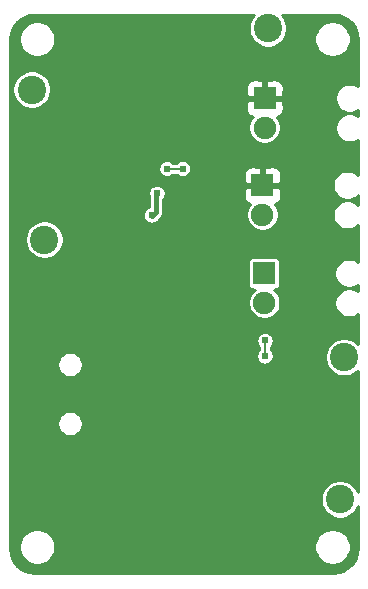
<source format=gbl>
G04 #@! TF.GenerationSoftware,KiCad,Pcbnew,5.1.9-73d0e3b20d~88~ubuntu20.04.1*
G04 #@! TF.CreationDate,2021-04-17T15:17:50-04:00*
G04 #@! TF.ProjectId,Antoinette_PowerBank,416e746f-696e-4657-9474-655f506f7765,rev?*
G04 #@! TF.SameCoordinates,Original*
G04 #@! TF.FileFunction,Copper,L2,Bot*
G04 #@! TF.FilePolarity,Positive*
%FSLAX46Y46*%
G04 Gerber Fmt 4.6, Leading zero omitted, Abs format (unit mm)*
G04 Created by KiCad (PCBNEW 5.1.9-73d0e3b20d~88~ubuntu20.04.1) date 2021-04-17 15:17:50*
%MOMM*%
%LPD*%
G01*
G04 APERTURE LIST*
G04 #@! TA.AperFunction,ComponentPad*
%ADD10C,2.400000*%
G04 #@! TD*
G04 #@! TA.AperFunction,ComponentPad*
%ADD11R,1.900000X1.900000*%
G04 #@! TD*
G04 #@! TA.AperFunction,ComponentPad*
%ADD12C,1.900000*%
G04 #@! TD*
G04 #@! TA.AperFunction,ViaPad*
%ADD13C,0.609600*%
G04 #@! TD*
G04 #@! TA.AperFunction,Conductor*
%ADD14C,0.400000*%
G04 #@! TD*
G04 #@! TA.AperFunction,Conductor*
%ADD15C,0.152400*%
G04 #@! TD*
G04 #@! TA.AperFunction,Conductor*
%ADD16C,0.254000*%
G04 #@! TD*
G04 #@! TA.AperFunction,Conductor*
%ADD17C,0.100000*%
G04 #@! TD*
G04 APERTURE END LIST*
D10*
X92531000Y-31094400D03*
X72528500Y-36276000D03*
X98627000Y-70972400D03*
X98982600Y-58932800D03*
X73608000Y-48976000D03*
D11*
X92264300Y-37012600D03*
D12*
X92264300Y-39512600D03*
D11*
X92073800Y-44378600D03*
D12*
X92073800Y-46878600D03*
D11*
X92213500Y-51833500D03*
D12*
X92213500Y-54333500D03*
D13*
X89825000Y-37050000D03*
X85368200Y-69194400D03*
X92480200Y-68026000D03*
X82828200Y-59085200D03*
X88675000Y-46900000D03*
X85304700Y-50741300D03*
X79373800Y-77068400D03*
X85063400Y-75798400D03*
X77799000Y-71264500D03*
X74179500Y-54056000D03*
X86638200Y-38930300D03*
X77278300Y-42448200D03*
X77024300Y-30776900D03*
X79424600Y-30776900D03*
X78400000Y-48675000D03*
X70941000Y-37609500D03*
X87806600Y-60012300D03*
X87990389Y-62578477D03*
X82701201Y-46909682D03*
X83137557Y-45050226D03*
X92275000Y-57513600D03*
X92275000Y-58828000D03*
X83987100Y-42975000D03*
X85301500Y-42975000D03*
D14*
X82701200Y-46981300D02*
X83050000Y-46632500D01*
X83050000Y-45079800D02*
X83125000Y-45004800D01*
X83050000Y-46632500D02*
X83050000Y-45079800D01*
D15*
X92275000Y-57525000D02*
X92275000Y-58839400D01*
X85275000Y-42975000D02*
X83960600Y-42975000D01*
D16*
X91267227Y-30057248D02*
X91089172Y-30323727D01*
X90966525Y-30619822D01*
X90904000Y-30934155D01*
X90904000Y-31254645D01*
X90966525Y-31568978D01*
X91089172Y-31865073D01*
X91267227Y-32131552D01*
X91493848Y-32358173D01*
X91760327Y-32536228D01*
X92056422Y-32658875D01*
X92370755Y-32721400D01*
X92691245Y-32721400D01*
X93005578Y-32658875D01*
X93301673Y-32536228D01*
X93568152Y-32358173D01*
X93794773Y-32131552D01*
X93972828Y-31865073D01*
X93979235Y-31849604D01*
X96473000Y-31849604D01*
X96473000Y-32150396D01*
X96531681Y-32445410D01*
X96646790Y-32723306D01*
X96813901Y-32973406D01*
X97026594Y-33186099D01*
X97276694Y-33353210D01*
X97554590Y-33468319D01*
X97849604Y-33527000D01*
X98150396Y-33527000D01*
X98445410Y-33468319D01*
X98723306Y-33353210D01*
X98973406Y-33186099D01*
X99186099Y-32973406D01*
X99353210Y-32723306D01*
X99468319Y-32445410D01*
X99527000Y-32150396D01*
X99527000Y-31849604D01*
X99468319Y-31554590D01*
X99353210Y-31276694D01*
X99186099Y-31026594D01*
X98973406Y-30813901D01*
X98723306Y-30646790D01*
X98445410Y-30531681D01*
X98150396Y-30473000D01*
X97849604Y-30473000D01*
X97554590Y-30531681D01*
X97276694Y-30646790D01*
X97026594Y-30813901D01*
X96813901Y-31026594D01*
X96646790Y-31276694D01*
X96531681Y-31554590D01*
X96473000Y-31849604D01*
X93979235Y-31849604D01*
X94095475Y-31568978D01*
X94158000Y-31254645D01*
X94158000Y-30934155D01*
X94095475Y-30619822D01*
X93972828Y-30323727D01*
X93794773Y-30057248D01*
X93698526Y-29961001D01*
X98105657Y-29961001D01*
X98521939Y-30001818D01*
X98897569Y-30115228D01*
X99244012Y-30299435D01*
X99548080Y-30547427D01*
X99798190Y-30849758D01*
X99984813Y-31194911D01*
X100100843Y-31569742D01*
X100144434Y-31984487D01*
X100144434Y-36004714D01*
X100025502Y-35925247D01*
X99802203Y-35832753D01*
X99565149Y-35785600D01*
X99323451Y-35785600D01*
X99086397Y-35832753D01*
X98863098Y-35925247D01*
X98662133Y-36059527D01*
X98491227Y-36230433D01*
X98356947Y-36431398D01*
X98264453Y-36654697D01*
X98217300Y-36891751D01*
X98217300Y-37133449D01*
X98264453Y-37370503D01*
X98356947Y-37593802D01*
X98491227Y-37794767D01*
X98662133Y-37965673D01*
X98863098Y-38099953D01*
X99086397Y-38192447D01*
X99323451Y-38239600D01*
X99565149Y-38239600D01*
X99802203Y-38192447D01*
X100025502Y-38099953D01*
X100144434Y-38020486D01*
X100144434Y-38504714D01*
X100025502Y-38425247D01*
X99802203Y-38332753D01*
X99565149Y-38285600D01*
X99323451Y-38285600D01*
X99086397Y-38332753D01*
X98863098Y-38425247D01*
X98662133Y-38559527D01*
X98491227Y-38730433D01*
X98356947Y-38931398D01*
X98264453Y-39154697D01*
X98217300Y-39391751D01*
X98217300Y-39633449D01*
X98264453Y-39870503D01*
X98356947Y-40093802D01*
X98491227Y-40294767D01*
X98662133Y-40465673D01*
X98863098Y-40599953D01*
X99086397Y-40692447D01*
X99323451Y-40739600D01*
X99565149Y-40739600D01*
X99802203Y-40692447D01*
X100025502Y-40599953D01*
X100144434Y-40520486D01*
X100144434Y-43533994D01*
X100035967Y-43425527D01*
X99835002Y-43291247D01*
X99611703Y-43198753D01*
X99374649Y-43151600D01*
X99132951Y-43151600D01*
X98895897Y-43198753D01*
X98672598Y-43291247D01*
X98471633Y-43425527D01*
X98300727Y-43596433D01*
X98166447Y-43797398D01*
X98073953Y-44020697D01*
X98026800Y-44257751D01*
X98026800Y-44499449D01*
X98073953Y-44736503D01*
X98166447Y-44959802D01*
X98300727Y-45160767D01*
X98471633Y-45331673D01*
X98672598Y-45465953D01*
X98895897Y-45558447D01*
X99132951Y-45605600D01*
X99374649Y-45605600D01*
X99611703Y-45558447D01*
X99835002Y-45465953D01*
X100035967Y-45331673D01*
X100144434Y-45223206D01*
X100144434Y-46033994D01*
X100035967Y-45925527D01*
X99835002Y-45791247D01*
X99611703Y-45698753D01*
X99374649Y-45651600D01*
X99132951Y-45651600D01*
X98895897Y-45698753D01*
X98672598Y-45791247D01*
X98471633Y-45925527D01*
X98300727Y-46096433D01*
X98166447Y-46297398D01*
X98073953Y-46520697D01*
X98026800Y-46757751D01*
X98026800Y-46999449D01*
X98073953Y-47236503D01*
X98166447Y-47459802D01*
X98300727Y-47660767D01*
X98471633Y-47831673D01*
X98672598Y-47965953D01*
X98895897Y-48058447D01*
X99132951Y-48105600D01*
X99374649Y-48105600D01*
X99611703Y-48058447D01*
X99835002Y-47965953D01*
X100035967Y-47831673D01*
X100144434Y-47723206D01*
X100144434Y-50859558D01*
X99974702Y-50746147D01*
X99751403Y-50653653D01*
X99514349Y-50606500D01*
X99272651Y-50606500D01*
X99035597Y-50653653D01*
X98812298Y-50746147D01*
X98611333Y-50880427D01*
X98440427Y-51051333D01*
X98306147Y-51252298D01*
X98213653Y-51475597D01*
X98166500Y-51712651D01*
X98166500Y-51954349D01*
X98213653Y-52191403D01*
X98306147Y-52414702D01*
X98440427Y-52615667D01*
X98611333Y-52786573D01*
X98812298Y-52920853D01*
X99035597Y-53013347D01*
X99272651Y-53060500D01*
X99514349Y-53060500D01*
X99751403Y-53013347D01*
X99974702Y-52920853D01*
X100144434Y-52807442D01*
X100144434Y-53359558D01*
X99974702Y-53246147D01*
X99751403Y-53153653D01*
X99514349Y-53106500D01*
X99272651Y-53106500D01*
X99035597Y-53153653D01*
X98812298Y-53246147D01*
X98611333Y-53380427D01*
X98440427Y-53551333D01*
X98306147Y-53752298D01*
X98213653Y-53975597D01*
X98166500Y-54212651D01*
X98166500Y-54454349D01*
X98213653Y-54691403D01*
X98306147Y-54914702D01*
X98440427Y-55115667D01*
X98611333Y-55286573D01*
X98812298Y-55420853D01*
X99035597Y-55513347D01*
X99272651Y-55560500D01*
X99514349Y-55560500D01*
X99751403Y-55513347D01*
X99974702Y-55420853D01*
X100144433Y-55307443D01*
X100144433Y-57793708D01*
X100019752Y-57669027D01*
X99753273Y-57490972D01*
X99457178Y-57368325D01*
X99142845Y-57305800D01*
X98822355Y-57305800D01*
X98508022Y-57368325D01*
X98211927Y-57490972D01*
X97945448Y-57669027D01*
X97718827Y-57895648D01*
X97540772Y-58162127D01*
X97418125Y-58458222D01*
X97355600Y-58772555D01*
X97355600Y-59093045D01*
X97418125Y-59407378D01*
X97540772Y-59703473D01*
X97718827Y-59969952D01*
X97945448Y-60196573D01*
X98211927Y-60374628D01*
X98508022Y-60497275D01*
X98822355Y-60559800D01*
X99142845Y-60559800D01*
X99457178Y-60497275D01*
X99753273Y-60374628D01*
X100019752Y-60196573D01*
X100144433Y-60071892D01*
X100144433Y-70384253D01*
X100068828Y-70201727D01*
X99890773Y-69935248D01*
X99664152Y-69708627D01*
X99397673Y-69530572D01*
X99101578Y-69407925D01*
X98787245Y-69345400D01*
X98466755Y-69345400D01*
X98152422Y-69407925D01*
X97856327Y-69530572D01*
X97589848Y-69708627D01*
X97363227Y-69935248D01*
X97185172Y-70201727D01*
X97062525Y-70497822D01*
X97000000Y-70812155D01*
X97000000Y-71132645D01*
X97062525Y-71446978D01*
X97185172Y-71743073D01*
X97363227Y-72009552D01*
X97589848Y-72236173D01*
X97856327Y-72414228D01*
X98152422Y-72536875D01*
X98466755Y-72599400D01*
X98787245Y-72599400D01*
X99101578Y-72536875D01*
X99397673Y-72414228D01*
X99664152Y-72236173D01*
X99890773Y-72009552D01*
X100068828Y-71743073D01*
X100144433Y-71560547D01*
X100144433Y-75128224D01*
X100103616Y-75544505D01*
X99990209Y-75920129D01*
X99806001Y-76266575D01*
X99558007Y-76570647D01*
X99255676Y-76820757D01*
X98910523Y-77007380D01*
X98535693Y-77123410D01*
X98120957Y-77167000D01*
X72757210Y-77167000D01*
X72340929Y-77126183D01*
X71965305Y-77012776D01*
X71618859Y-76828568D01*
X71314787Y-76580574D01*
X71064677Y-76278243D01*
X70878054Y-75933090D01*
X70762024Y-75558260D01*
X70718434Y-75143524D01*
X70718434Y-74849604D01*
X71473000Y-74849604D01*
X71473000Y-75150396D01*
X71531681Y-75445410D01*
X71646790Y-75723306D01*
X71813901Y-75973406D01*
X72026594Y-76186099D01*
X72276694Y-76353210D01*
X72554590Y-76468319D01*
X72849604Y-76527000D01*
X73150396Y-76527000D01*
X73445410Y-76468319D01*
X73723306Y-76353210D01*
X73973406Y-76186099D01*
X74186099Y-75973406D01*
X74353210Y-75723306D01*
X74468319Y-75445410D01*
X74527000Y-75150396D01*
X74527000Y-74849604D01*
X96473000Y-74849604D01*
X96473000Y-75150396D01*
X96531681Y-75445410D01*
X96646790Y-75723306D01*
X96813901Y-75973406D01*
X97026594Y-76186099D01*
X97276694Y-76353210D01*
X97554590Y-76468319D01*
X97849604Y-76527000D01*
X98150396Y-76527000D01*
X98445410Y-76468319D01*
X98723306Y-76353210D01*
X98973406Y-76186099D01*
X99186099Y-75973406D01*
X99353210Y-75723306D01*
X99468319Y-75445410D01*
X99527000Y-75150396D01*
X99527000Y-74849604D01*
X99468319Y-74554590D01*
X99353210Y-74276694D01*
X99186099Y-74026594D01*
X98973406Y-73813901D01*
X98723306Y-73646790D01*
X98445410Y-73531681D01*
X98150396Y-73473000D01*
X97849604Y-73473000D01*
X97554590Y-73531681D01*
X97276694Y-73646790D01*
X97026594Y-73813901D01*
X96813901Y-74026594D01*
X96646790Y-74276694D01*
X96531681Y-74554590D01*
X96473000Y-74849604D01*
X74527000Y-74849604D01*
X74468319Y-74554590D01*
X74353210Y-74276694D01*
X74186099Y-74026594D01*
X73973406Y-73813901D01*
X73723306Y-73646790D01*
X73445410Y-73531681D01*
X73150396Y-73473000D01*
X72849604Y-73473000D01*
X72554590Y-73531681D01*
X72276694Y-73646790D01*
X72026594Y-73813901D01*
X71813901Y-74026594D01*
X71646790Y-74276694D01*
X71531681Y-74554590D01*
X71473000Y-74849604D01*
X70718434Y-74849604D01*
X70718434Y-64450925D01*
X74690000Y-64450925D01*
X74690000Y-64663075D01*
X74731389Y-64871149D01*
X74812575Y-65067151D01*
X74930440Y-65243547D01*
X75080453Y-65393560D01*
X75256849Y-65511425D01*
X75452851Y-65592611D01*
X75660925Y-65634000D01*
X75873075Y-65634000D01*
X76081149Y-65592611D01*
X76277151Y-65511425D01*
X76453547Y-65393560D01*
X76603560Y-65243547D01*
X76721425Y-65067151D01*
X76802611Y-64871149D01*
X76844000Y-64663075D01*
X76844000Y-64450925D01*
X76802611Y-64242851D01*
X76721425Y-64046849D01*
X76603560Y-63870453D01*
X76453547Y-63720440D01*
X76277151Y-63602575D01*
X76081149Y-63521389D01*
X75873075Y-63480000D01*
X75660925Y-63480000D01*
X75452851Y-63521389D01*
X75256849Y-63602575D01*
X75080453Y-63720440D01*
X74930440Y-63870453D01*
X74812575Y-64046849D01*
X74731389Y-64242851D01*
X74690000Y-64450925D01*
X70718434Y-64450925D01*
X70718434Y-59450925D01*
X74690000Y-59450925D01*
X74690000Y-59663075D01*
X74731389Y-59871149D01*
X74812575Y-60067151D01*
X74930440Y-60243547D01*
X75080453Y-60393560D01*
X75256849Y-60511425D01*
X75452851Y-60592611D01*
X75660925Y-60634000D01*
X75873075Y-60634000D01*
X76081149Y-60592611D01*
X76277151Y-60511425D01*
X76453547Y-60393560D01*
X76603560Y-60243547D01*
X76721425Y-60067151D01*
X76802611Y-59871149D01*
X76844000Y-59663075D01*
X76844000Y-59450925D01*
X76802611Y-59242851D01*
X76721425Y-59046849D01*
X76603560Y-58870453D01*
X76453547Y-58720440D01*
X76277151Y-58602575D01*
X76081149Y-58521389D01*
X75873075Y-58480000D01*
X75660925Y-58480000D01*
X75452851Y-58521389D01*
X75256849Y-58602575D01*
X75080453Y-58720440D01*
X74930440Y-58870453D01*
X74812575Y-59046849D01*
X74731389Y-59242851D01*
X74690000Y-59450925D01*
X70718434Y-59450925D01*
X70718434Y-57441524D01*
X91543200Y-57441524D01*
X91543200Y-57585676D01*
X91571323Y-57727058D01*
X91626487Y-57860237D01*
X91706574Y-57980095D01*
X91771800Y-58045321D01*
X91771801Y-58296278D01*
X91706574Y-58361505D01*
X91626487Y-58481363D01*
X91571323Y-58614542D01*
X91543200Y-58755924D01*
X91543200Y-58900076D01*
X91571323Y-59041458D01*
X91626487Y-59174637D01*
X91706574Y-59294495D01*
X91808505Y-59396426D01*
X91928363Y-59476513D01*
X92061542Y-59531677D01*
X92202924Y-59559800D01*
X92347076Y-59559800D01*
X92488458Y-59531677D01*
X92621637Y-59476513D01*
X92741495Y-59396426D01*
X92843426Y-59294495D01*
X92923513Y-59174637D01*
X92978677Y-59041458D01*
X93006800Y-58900076D01*
X93006800Y-58755924D01*
X92978677Y-58614542D01*
X92923513Y-58481363D01*
X92843426Y-58361505D01*
X92778200Y-58296279D01*
X92778200Y-58045321D01*
X92843426Y-57980095D01*
X92923513Y-57860237D01*
X92978677Y-57727058D01*
X93006800Y-57585676D01*
X93006800Y-57441524D01*
X92978677Y-57300142D01*
X92923513Y-57166963D01*
X92843426Y-57047105D01*
X92741495Y-56945174D01*
X92621637Y-56865087D01*
X92488458Y-56809923D01*
X92347076Y-56781800D01*
X92202924Y-56781800D01*
X92061542Y-56809923D01*
X91928363Y-56865087D01*
X91808505Y-56945174D01*
X91706574Y-57047105D01*
X91626487Y-57166963D01*
X91571323Y-57300142D01*
X91543200Y-57441524D01*
X70718434Y-57441524D01*
X70718434Y-50883500D01*
X90834434Y-50883500D01*
X90834434Y-52783500D01*
X90842678Y-52867207D01*
X90867095Y-52947696D01*
X90906745Y-53021876D01*
X90960105Y-53086895D01*
X91025124Y-53140255D01*
X91099304Y-53179905D01*
X91179793Y-53204322D01*
X91263500Y-53212566D01*
X91412561Y-53212566D01*
X91335713Y-53263914D01*
X91143914Y-53455713D01*
X90993218Y-53681246D01*
X90889417Y-53931844D01*
X90836500Y-54197877D01*
X90836500Y-54469123D01*
X90889417Y-54735156D01*
X90993218Y-54985754D01*
X91143914Y-55211287D01*
X91335713Y-55403086D01*
X91561246Y-55553782D01*
X91811844Y-55657583D01*
X92077877Y-55710500D01*
X92349123Y-55710500D01*
X92615156Y-55657583D01*
X92865754Y-55553782D01*
X93091287Y-55403086D01*
X93283086Y-55211287D01*
X93433782Y-54985754D01*
X93537583Y-54735156D01*
X93590500Y-54469123D01*
X93590500Y-54197877D01*
X93537583Y-53931844D01*
X93433782Y-53681246D01*
X93283086Y-53455713D01*
X93091287Y-53263914D01*
X93014439Y-53212566D01*
X93163500Y-53212566D01*
X93247207Y-53204322D01*
X93327696Y-53179905D01*
X93401876Y-53140255D01*
X93466895Y-53086895D01*
X93520255Y-53021876D01*
X93559905Y-52947696D01*
X93584322Y-52867207D01*
X93592566Y-52783500D01*
X93592566Y-50883500D01*
X93584322Y-50799793D01*
X93559905Y-50719304D01*
X93520255Y-50645124D01*
X93466895Y-50580105D01*
X93401876Y-50526745D01*
X93327696Y-50487095D01*
X93247207Y-50462678D01*
X93163500Y-50454434D01*
X91263500Y-50454434D01*
X91179793Y-50462678D01*
X91099304Y-50487095D01*
X91025124Y-50526745D01*
X90960105Y-50580105D01*
X90906745Y-50645124D01*
X90867095Y-50719304D01*
X90842678Y-50799793D01*
X90834434Y-50883500D01*
X70718434Y-50883500D01*
X70718434Y-48815755D01*
X71981000Y-48815755D01*
X71981000Y-49136245D01*
X72043525Y-49450578D01*
X72166172Y-49746673D01*
X72344227Y-50013152D01*
X72570848Y-50239773D01*
X72837327Y-50417828D01*
X73133422Y-50540475D01*
X73447755Y-50603000D01*
X73768245Y-50603000D01*
X74082578Y-50540475D01*
X74378673Y-50417828D01*
X74645152Y-50239773D01*
X74871773Y-50013152D01*
X75049828Y-49746673D01*
X75172475Y-49450578D01*
X75235000Y-49136245D01*
X75235000Y-48815755D01*
X75172475Y-48501422D01*
X75049828Y-48205327D01*
X74871773Y-47938848D01*
X74645152Y-47712227D01*
X74378673Y-47534172D01*
X74082578Y-47411525D01*
X73768245Y-47349000D01*
X73447755Y-47349000D01*
X73133422Y-47411525D01*
X72837327Y-47534172D01*
X72570848Y-47712227D01*
X72344227Y-47938848D01*
X72166172Y-48205327D01*
X72043525Y-48501422D01*
X71981000Y-48815755D01*
X70718434Y-48815755D01*
X70718434Y-46837606D01*
X81969401Y-46837606D01*
X81969401Y-46981758D01*
X81997524Y-47123140D01*
X82052688Y-47256319D01*
X82132775Y-47376177D01*
X82234706Y-47478108D01*
X82354564Y-47558195D01*
X82487743Y-47613359D01*
X82629125Y-47641482D01*
X82773277Y-47641482D01*
X82914659Y-47613359D01*
X83047838Y-47558195D01*
X83167696Y-47478108D01*
X83269627Y-47376177D01*
X83349714Y-47256319D01*
X83375751Y-47193460D01*
X83471574Y-47097637D01*
X83495501Y-47078001D01*
X83573853Y-46982528D01*
X83632075Y-46873603D01*
X83667927Y-46755413D01*
X83677000Y-46663294D01*
X83677000Y-46663293D01*
X83680033Y-46632500D01*
X83677000Y-46601706D01*
X83677000Y-45545704D01*
X83705983Y-45516721D01*
X83786070Y-45396863D01*
X83814345Y-45328600D01*
X90485728Y-45328600D01*
X90497988Y-45453082D01*
X90534298Y-45572780D01*
X90593263Y-45683094D01*
X90672615Y-45779785D01*
X90769306Y-45859137D01*
X90879620Y-45918102D01*
X90999318Y-45954412D01*
X91046016Y-45959011D01*
X91004214Y-46000813D01*
X90853518Y-46226346D01*
X90749717Y-46476944D01*
X90696800Y-46742977D01*
X90696800Y-47014223D01*
X90749717Y-47280256D01*
X90853518Y-47530854D01*
X91004214Y-47756387D01*
X91196013Y-47948186D01*
X91421546Y-48098882D01*
X91672144Y-48202683D01*
X91938177Y-48255600D01*
X92209423Y-48255600D01*
X92475456Y-48202683D01*
X92726054Y-48098882D01*
X92951587Y-47948186D01*
X93143386Y-47756387D01*
X93294082Y-47530854D01*
X93397883Y-47280256D01*
X93450800Y-47014223D01*
X93450800Y-46742977D01*
X93397883Y-46476944D01*
X93294082Y-46226346D01*
X93143386Y-46000813D01*
X93101584Y-45959011D01*
X93148282Y-45954412D01*
X93267980Y-45918102D01*
X93378294Y-45859137D01*
X93474985Y-45779785D01*
X93554337Y-45683094D01*
X93613302Y-45572780D01*
X93649612Y-45453082D01*
X93661872Y-45328600D01*
X93658800Y-44664350D01*
X93500050Y-44505600D01*
X92200800Y-44505600D01*
X92200800Y-44525600D01*
X91946800Y-44525600D01*
X91946800Y-44505600D01*
X90647550Y-44505600D01*
X90488800Y-44664350D01*
X90485728Y-45328600D01*
X83814345Y-45328600D01*
X83841234Y-45263684D01*
X83869357Y-45122302D01*
X83869357Y-44978150D01*
X83841234Y-44836768D01*
X83786070Y-44703589D01*
X83705983Y-44583731D01*
X83604052Y-44481800D01*
X83484194Y-44401713D01*
X83351015Y-44346549D01*
X83209633Y-44318426D01*
X83065481Y-44318426D01*
X82924099Y-44346549D01*
X82790920Y-44401713D01*
X82671062Y-44481800D01*
X82569131Y-44583731D01*
X82489044Y-44703589D01*
X82433880Y-44836768D01*
X82405757Y-44978150D01*
X82405757Y-45122302D01*
X82423001Y-45208992D01*
X82423000Y-46232822D01*
X82354564Y-46261169D01*
X82234706Y-46341256D01*
X82132775Y-46443187D01*
X82052688Y-46563045D01*
X81997524Y-46696224D01*
X81969401Y-46837606D01*
X70718434Y-46837606D01*
X70718434Y-42902924D01*
X83255300Y-42902924D01*
X83255300Y-43047076D01*
X83283423Y-43188458D01*
X83338587Y-43321637D01*
X83418674Y-43441495D01*
X83520605Y-43543426D01*
X83640463Y-43623513D01*
X83773642Y-43678677D01*
X83915024Y-43706800D01*
X84059176Y-43706800D01*
X84200558Y-43678677D01*
X84333737Y-43623513D01*
X84453595Y-43543426D01*
X84518821Y-43478200D01*
X84769779Y-43478200D01*
X84835005Y-43543426D01*
X84954863Y-43623513D01*
X85088042Y-43678677D01*
X85229424Y-43706800D01*
X85373576Y-43706800D01*
X85514958Y-43678677D01*
X85648137Y-43623513D01*
X85767995Y-43543426D01*
X85869926Y-43441495D01*
X85878542Y-43428600D01*
X90485728Y-43428600D01*
X90488800Y-44092850D01*
X90647550Y-44251600D01*
X91946800Y-44251600D01*
X91946800Y-42952350D01*
X92200800Y-42952350D01*
X92200800Y-44251600D01*
X93500050Y-44251600D01*
X93658800Y-44092850D01*
X93661872Y-43428600D01*
X93649612Y-43304118D01*
X93613302Y-43184420D01*
X93554337Y-43074106D01*
X93474985Y-42977415D01*
X93378294Y-42898063D01*
X93267980Y-42839098D01*
X93148282Y-42802788D01*
X93023800Y-42790528D01*
X92359550Y-42793600D01*
X92200800Y-42952350D01*
X91946800Y-42952350D01*
X91788050Y-42793600D01*
X91123800Y-42790528D01*
X90999318Y-42802788D01*
X90879620Y-42839098D01*
X90769306Y-42898063D01*
X90672615Y-42977415D01*
X90593263Y-43074106D01*
X90534298Y-43184420D01*
X90497988Y-43304118D01*
X90485728Y-43428600D01*
X85878542Y-43428600D01*
X85950013Y-43321637D01*
X86005177Y-43188458D01*
X86033300Y-43047076D01*
X86033300Y-42902924D01*
X86005177Y-42761542D01*
X85950013Y-42628363D01*
X85869926Y-42508505D01*
X85767995Y-42406574D01*
X85648137Y-42326487D01*
X85514958Y-42271323D01*
X85373576Y-42243200D01*
X85229424Y-42243200D01*
X85088042Y-42271323D01*
X84954863Y-42326487D01*
X84835005Y-42406574D01*
X84769779Y-42471800D01*
X84518821Y-42471800D01*
X84453595Y-42406574D01*
X84333737Y-42326487D01*
X84200558Y-42271323D01*
X84059176Y-42243200D01*
X83915024Y-42243200D01*
X83773642Y-42271323D01*
X83640463Y-42326487D01*
X83520605Y-42406574D01*
X83418674Y-42508505D01*
X83338587Y-42628363D01*
X83283423Y-42761542D01*
X83255300Y-42902924D01*
X70718434Y-42902924D01*
X70718434Y-37962600D01*
X90676228Y-37962600D01*
X90688488Y-38087082D01*
X90724798Y-38206780D01*
X90783763Y-38317094D01*
X90863115Y-38413785D01*
X90959806Y-38493137D01*
X91070120Y-38552102D01*
X91189818Y-38588412D01*
X91236516Y-38593011D01*
X91194714Y-38634813D01*
X91044018Y-38860346D01*
X90940217Y-39110944D01*
X90887300Y-39376977D01*
X90887300Y-39648223D01*
X90940217Y-39914256D01*
X91044018Y-40164854D01*
X91194714Y-40390387D01*
X91386513Y-40582186D01*
X91612046Y-40732882D01*
X91862644Y-40836683D01*
X92128677Y-40889600D01*
X92399923Y-40889600D01*
X92665956Y-40836683D01*
X92916554Y-40732882D01*
X93142087Y-40582186D01*
X93333886Y-40390387D01*
X93484582Y-40164854D01*
X93588383Y-39914256D01*
X93641300Y-39648223D01*
X93641300Y-39376977D01*
X93588383Y-39110944D01*
X93484582Y-38860346D01*
X93333886Y-38634813D01*
X93292084Y-38593011D01*
X93338782Y-38588412D01*
X93458480Y-38552102D01*
X93568794Y-38493137D01*
X93665485Y-38413785D01*
X93744837Y-38317094D01*
X93803802Y-38206780D01*
X93840112Y-38087082D01*
X93852372Y-37962600D01*
X93849300Y-37298350D01*
X93690550Y-37139600D01*
X92391300Y-37139600D01*
X92391300Y-37159600D01*
X92137300Y-37159600D01*
X92137300Y-37139600D01*
X90838050Y-37139600D01*
X90679300Y-37298350D01*
X90676228Y-37962600D01*
X70718434Y-37962600D01*
X70718434Y-36115755D01*
X70901500Y-36115755D01*
X70901500Y-36436245D01*
X70964025Y-36750578D01*
X71086672Y-37046673D01*
X71264727Y-37313152D01*
X71491348Y-37539773D01*
X71757827Y-37717828D01*
X72053922Y-37840475D01*
X72368255Y-37903000D01*
X72688745Y-37903000D01*
X73003078Y-37840475D01*
X73299173Y-37717828D01*
X73565652Y-37539773D01*
X73792273Y-37313152D01*
X73970328Y-37046673D01*
X74092975Y-36750578D01*
X74155500Y-36436245D01*
X74155500Y-36115755D01*
X74144927Y-36062600D01*
X90676228Y-36062600D01*
X90679300Y-36726850D01*
X90838050Y-36885600D01*
X92137300Y-36885600D01*
X92137300Y-35586350D01*
X92391300Y-35586350D01*
X92391300Y-36885600D01*
X93690550Y-36885600D01*
X93849300Y-36726850D01*
X93852372Y-36062600D01*
X93840112Y-35938118D01*
X93803802Y-35818420D01*
X93744837Y-35708106D01*
X93665485Y-35611415D01*
X93568794Y-35532063D01*
X93458480Y-35473098D01*
X93338782Y-35436788D01*
X93214300Y-35424528D01*
X92550050Y-35427600D01*
X92391300Y-35586350D01*
X92137300Y-35586350D01*
X91978550Y-35427600D01*
X91314300Y-35424528D01*
X91189818Y-35436788D01*
X91070120Y-35473098D01*
X90959806Y-35532063D01*
X90863115Y-35611415D01*
X90783763Y-35708106D01*
X90724798Y-35818420D01*
X90688488Y-35938118D01*
X90676228Y-36062600D01*
X74144927Y-36062600D01*
X74092975Y-35801422D01*
X73970328Y-35505327D01*
X73792273Y-35238848D01*
X73565652Y-35012227D01*
X73299173Y-34834172D01*
X73003078Y-34711525D01*
X72688745Y-34649000D01*
X72368255Y-34649000D01*
X72053922Y-34711525D01*
X71757827Y-34834172D01*
X71491348Y-35012227D01*
X71264727Y-35238848D01*
X71086672Y-35505327D01*
X70964025Y-35801422D01*
X70901500Y-36115755D01*
X70718434Y-36115755D01*
X70718434Y-31999777D01*
X70733158Y-31849604D01*
X71473000Y-31849604D01*
X71473000Y-32150396D01*
X71531681Y-32445410D01*
X71646790Y-32723306D01*
X71813901Y-32973406D01*
X72026594Y-33186099D01*
X72276694Y-33353210D01*
X72554590Y-33468319D01*
X72849604Y-33527000D01*
X73150396Y-33527000D01*
X73445410Y-33468319D01*
X73723306Y-33353210D01*
X73973406Y-33186099D01*
X74186099Y-32973406D01*
X74353210Y-32723306D01*
X74468319Y-32445410D01*
X74527000Y-32150396D01*
X74527000Y-31849604D01*
X74468319Y-31554590D01*
X74353210Y-31276694D01*
X74186099Y-31026594D01*
X73973406Y-30813901D01*
X73723306Y-30646790D01*
X73445410Y-30531681D01*
X73150396Y-30473000D01*
X72849604Y-30473000D01*
X72554590Y-30531681D01*
X72276694Y-30646790D01*
X72026594Y-30813901D01*
X71813901Y-31026594D01*
X71646790Y-31276694D01*
X71531681Y-31554590D01*
X71473000Y-31849604D01*
X70733158Y-31849604D01*
X70759251Y-31583495D01*
X70872661Y-31207865D01*
X71056868Y-30861422D01*
X71304860Y-30557354D01*
X71607191Y-30307244D01*
X71952344Y-30120621D01*
X72327175Y-30004591D01*
X72741911Y-29961001D01*
X91363474Y-29961001D01*
X91267227Y-30057248D01*
G04 #@! TA.AperFunction,Conductor*
D17*
G36*
X91267227Y-30057248D02*
G01*
X91089172Y-30323727D01*
X90966525Y-30619822D01*
X90904000Y-30934155D01*
X90904000Y-31254645D01*
X90966525Y-31568978D01*
X91089172Y-31865073D01*
X91267227Y-32131552D01*
X91493848Y-32358173D01*
X91760327Y-32536228D01*
X92056422Y-32658875D01*
X92370755Y-32721400D01*
X92691245Y-32721400D01*
X93005578Y-32658875D01*
X93301673Y-32536228D01*
X93568152Y-32358173D01*
X93794773Y-32131552D01*
X93972828Y-31865073D01*
X93979235Y-31849604D01*
X96473000Y-31849604D01*
X96473000Y-32150396D01*
X96531681Y-32445410D01*
X96646790Y-32723306D01*
X96813901Y-32973406D01*
X97026594Y-33186099D01*
X97276694Y-33353210D01*
X97554590Y-33468319D01*
X97849604Y-33527000D01*
X98150396Y-33527000D01*
X98445410Y-33468319D01*
X98723306Y-33353210D01*
X98973406Y-33186099D01*
X99186099Y-32973406D01*
X99353210Y-32723306D01*
X99468319Y-32445410D01*
X99527000Y-32150396D01*
X99527000Y-31849604D01*
X99468319Y-31554590D01*
X99353210Y-31276694D01*
X99186099Y-31026594D01*
X98973406Y-30813901D01*
X98723306Y-30646790D01*
X98445410Y-30531681D01*
X98150396Y-30473000D01*
X97849604Y-30473000D01*
X97554590Y-30531681D01*
X97276694Y-30646790D01*
X97026594Y-30813901D01*
X96813901Y-31026594D01*
X96646790Y-31276694D01*
X96531681Y-31554590D01*
X96473000Y-31849604D01*
X93979235Y-31849604D01*
X94095475Y-31568978D01*
X94158000Y-31254645D01*
X94158000Y-30934155D01*
X94095475Y-30619822D01*
X93972828Y-30323727D01*
X93794773Y-30057248D01*
X93698526Y-29961001D01*
X98105657Y-29961001D01*
X98521939Y-30001818D01*
X98897569Y-30115228D01*
X99244012Y-30299435D01*
X99548080Y-30547427D01*
X99798190Y-30849758D01*
X99984813Y-31194911D01*
X100100843Y-31569742D01*
X100144434Y-31984487D01*
X100144434Y-36004714D01*
X100025502Y-35925247D01*
X99802203Y-35832753D01*
X99565149Y-35785600D01*
X99323451Y-35785600D01*
X99086397Y-35832753D01*
X98863098Y-35925247D01*
X98662133Y-36059527D01*
X98491227Y-36230433D01*
X98356947Y-36431398D01*
X98264453Y-36654697D01*
X98217300Y-36891751D01*
X98217300Y-37133449D01*
X98264453Y-37370503D01*
X98356947Y-37593802D01*
X98491227Y-37794767D01*
X98662133Y-37965673D01*
X98863098Y-38099953D01*
X99086397Y-38192447D01*
X99323451Y-38239600D01*
X99565149Y-38239600D01*
X99802203Y-38192447D01*
X100025502Y-38099953D01*
X100144434Y-38020486D01*
X100144434Y-38504714D01*
X100025502Y-38425247D01*
X99802203Y-38332753D01*
X99565149Y-38285600D01*
X99323451Y-38285600D01*
X99086397Y-38332753D01*
X98863098Y-38425247D01*
X98662133Y-38559527D01*
X98491227Y-38730433D01*
X98356947Y-38931398D01*
X98264453Y-39154697D01*
X98217300Y-39391751D01*
X98217300Y-39633449D01*
X98264453Y-39870503D01*
X98356947Y-40093802D01*
X98491227Y-40294767D01*
X98662133Y-40465673D01*
X98863098Y-40599953D01*
X99086397Y-40692447D01*
X99323451Y-40739600D01*
X99565149Y-40739600D01*
X99802203Y-40692447D01*
X100025502Y-40599953D01*
X100144434Y-40520486D01*
X100144434Y-43533994D01*
X100035967Y-43425527D01*
X99835002Y-43291247D01*
X99611703Y-43198753D01*
X99374649Y-43151600D01*
X99132951Y-43151600D01*
X98895897Y-43198753D01*
X98672598Y-43291247D01*
X98471633Y-43425527D01*
X98300727Y-43596433D01*
X98166447Y-43797398D01*
X98073953Y-44020697D01*
X98026800Y-44257751D01*
X98026800Y-44499449D01*
X98073953Y-44736503D01*
X98166447Y-44959802D01*
X98300727Y-45160767D01*
X98471633Y-45331673D01*
X98672598Y-45465953D01*
X98895897Y-45558447D01*
X99132951Y-45605600D01*
X99374649Y-45605600D01*
X99611703Y-45558447D01*
X99835002Y-45465953D01*
X100035967Y-45331673D01*
X100144434Y-45223206D01*
X100144434Y-46033994D01*
X100035967Y-45925527D01*
X99835002Y-45791247D01*
X99611703Y-45698753D01*
X99374649Y-45651600D01*
X99132951Y-45651600D01*
X98895897Y-45698753D01*
X98672598Y-45791247D01*
X98471633Y-45925527D01*
X98300727Y-46096433D01*
X98166447Y-46297398D01*
X98073953Y-46520697D01*
X98026800Y-46757751D01*
X98026800Y-46999449D01*
X98073953Y-47236503D01*
X98166447Y-47459802D01*
X98300727Y-47660767D01*
X98471633Y-47831673D01*
X98672598Y-47965953D01*
X98895897Y-48058447D01*
X99132951Y-48105600D01*
X99374649Y-48105600D01*
X99611703Y-48058447D01*
X99835002Y-47965953D01*
X100035967Y-47831673D01*
X100144434Y-47723206D01*
X100144434Y-50859558D01*
X99974702Y-50746147D01*
X99751403Y-50653653D01*
X99514349Y-50606500D01*
X99272651Y-50606500D01*
X99035597Y-50653653D01*
X98812298Y-50746147D01*
X98611333Y-50880427D01*
X98440427Y-51051333D01*
X98306147Y-51252298D01*
X98213653Y-51475597D01*
X98166500Y-51712651D01*
X98166500Y-51954349D01*
X98213653Y-52191403D01*
X98306147Y-52414702D01*
X98440427Y-52615667D01*
X98611333Y-52786573D01*
X98812298Y-52920853D01*
X99035597Y-53013347D01*
X99272651Y-53060500D01*
X99514349Y-53060500D01*
X99751403Y-53013347D01*
X99974702Y-52920853D01*
X100144434Y-52807442D01*
X100144434Y-53359558D01*
X99974702Y-53246147D01*
X99751403Y-53153653D01*
X99514349Y-53106500D01*
X99272651Y-53106500D01*
X99035597Y-53153653D01*
X98812298Y-53246147D01*
X98611333Y-53380427D01*
X98440427Y-53551333D01*
X98306147Y-53752298D01*
X98213653Y-53975597D01*
X98166500Y-54212651D01*
X98166500Y-54454349D01*
X98213653Y-54691403D01*
X98306147Y-54914702D01*
X98440427Y-55115667D01*
X98611333Y-55286573D01*
X98812298Y-55420853D01*
X99035597Y-55513347D01*
X99272651Y-55560500D01*
X99514349Y-55560500D01*
X99751403Y-55513347D01*
X99974702Y-55420853D01*
X100144433Y-55307443D01*
X100144433Y-57793708D01*
X100019752Y-57669027D01*
X99753273Y-57490972D01*
X99457178Y-57368325D01*
X99142845Y-57305800D01*
X98822355Y-57305800D01*
X98508022Y-57368325D01*
X98211927Y-57490972D01*
X97945448Y-57669027D01*
X97718827Y-57895648D01*
X97540772Y-58162127D01*
X97418125Y-58458222D01*
X97355600Y-58772555D01*
X97355600Y-59093045D01*
X97418125Y-59407378D01*
X97540772Y-59703473D01*
X97718827Y-59969952D01*
X97945448Y-60196573D01*
X98211927Y-60374628D01*
X98508022Y-60497275D01*
X98822355Y-60559800D01*
X99142845Y-60559800D01*
X99457178Y-60497275D01*
X99753273Y-60374628D01*
X100019752Y-60196573D01*
X100144433Y-60071892D01*
X100144433Y-70384253D01*
X100068828Y-70201727D01*
X99890773Y-69935248D01*
X99664152Y-69708627D01*
X99397673Y-69530572D01*
X99101578Y-69407925D01*
X98787245Y-69345400D01*
X98466755Y-69345400D01*
X98152422Y-69407925D01*
X97856327Y-69530572D01*
X97589848Y-69708627D01*
X97363227Y-69935248D01*
X97185172Y-70201727D01*
X97062525Y-70497822D01*
X97000000Y-70812155D01*
X97000000Y-71132645D01*
X97062525Y-71446978D01*
X97185172Y-71743073D01*
X97363227Y-72009552D01*
X97589848Y-72236173D01*
X97856327Y-72414228D01*
X98152422Y-72536875D01*
X98466755Y-72599400D01*
X98787245Y-72599400D01*
X99101578Y-72536875D01*
X99397673Y-72414228D01*
X99664152Y-72236173D01*
X99890773Y-72009552D01*
X100068828Y-71743073D01*
X100144433Y-71560547D01*
X100144433Y-75128224D01*
X100103616Y-75544505D01*
X99990209Y-75920129D01*
X99806001Y-76266575D01*
X99558007Y-76570647D01*
X99255676Y-76820757D01*
X98910523Y-77007380D01*
X98535693Y-77123410D01*
X98120957Y-77167000D01*
X72757210Y-77167000D01*
X72340929Y-77126183D01*
X71965305Y-77012776D01*
X71618859Y-76828568D01*
X71314787Y-76580574D01*
X71064677Y-76278243D01*
X70878054Y-75933090D01*
X70762024Y-75558260D01*
X70718434Y-75143524D01*
X70718434Y-74849604D01*
X71473000Y-74849604D01*
X71473000Y-75150396D01*
X71531681Y-75445410D01*
X71646790Y-75723306D01*
X71813901Y-75973406D01*
X72026594Y-76186099D01*
X72276694Y-76353210D01*
X72554590Y-76468319D01*
X72849604Y-76527000D01*
X73150396Y-76527000D01*
X73445410Y-76468319D01*
X73723306Y-76353210D01*
X73973406Y-76186099D01*
X74186099Y-75973406D01*
X74353210Y-75723306D01*
X74468319Y-75445410D01*
X74527000Y-75150396D01*
X74527000Y-74849604D01*
X96473000Y-74849604D01*
X96473000Y-75150396D01*
X96531681Y-75445410D01*
X96646790Y-75723306D01*
X96813901Y-75973406D01*
X97026594Y-76186099D01*
X97276694Y-76353210D01*
X97554590Y-76468319D01*
X97849604Y-76527000D01*
X98150396Y-76527000D01*
X98445410Y-76468319D01*
X98723306Y-76353210D01*
X98973406Y-76186099D01*
X99186099Y-75973406D01*
X99353210Y-75723306D01*
X99468319Y-75445410D01*
X99527000Y-75150396D01*
X99527000Y-74849604D01*
X99468319Y-74554590D01*
X99353210Y-74276694D01*
X99186099Y-74026594D01*
X98973406Y-73813901D01*
X98723306Y-73646790D01*
X98445410Y-73531681D01*
X98150396Y-73473000D01*
X97849604Y-73473000D01*
X97554590Y-73531681D01*
X97276694Y-73646790D01*
X97026594Y-73813901D01*
X96813901Y-74026594D01*
X96646790Y-74276694D01*
X96531681Y-74554590D01*
X96473000Y-74849604D01*
X74527000Y-74849604D01*
X74468319Y-74554590D01*
X74353210Y-74276694D01*
X74186099Y-74026594D01*
X73973406Y-73813901D01*
X73723306Y-73646790D01*
X73445410Y-73531681D01*
X73150396Y-73473000D01*
X72849604Y-73473000D01*
X72554590Y-73531681D01*
X72276694Y-73646790D01*
X72026594Y-73813901D01*
X71813901Y-74026594D01*
X71646790Y-74276694D01*
X71531681Y-74554590D01*
X71473000Y-74849604D01*
X70718434Y-74849604D01*
X70718434Y-64450925D01*
X74690000Y-64450925D01*
X74690000Y-64663075D01*
X74731389Y-64871149D01*
X74812575Y-65067151D01*
X74930440Y-65243547D01*
X75080453Y-65393560D01*
X75256849Y-65511425D01*
X75452851Y-65592611D01*
X75660925Y-65634000D01*
X75873075Y-65634000D01*
X76081149Y-65592611D01*
X76277151Y-65511425D01*
X76453547Y-65393560D01*
X76603560Y-65243547D01*
X76721425Y-65067151D01*
X76802611Y-64871149D01*
X76844000Y-64663075D01*
X76844000Y-64450925D01*
X76802611Y-64242851D01*
X76721425Y-64046849D01*
X76603560Y-63870453D01*
X76453547Y-63720440D01*
X76277151Y-63602575D01*
X76081149Y-63521389D01*
X75873075Y-63480000D01*
X75660925Y-63480000D01*
X75452851Y-63521389D01*
X75256849Y-63602575D01*
X75080453Y-63720440D01*
X74930440Y-63870453D01*
X74812575Y-64046849D01*
X74731389Y-64242851D01*
X74690000Y-64450925D01*
X70718434Y-64450925D01*
X70718434Y-59450925D01*
X74690000Y-59450925D01*
X74690000Y-59663075D01*
X74731389Y-59871149D01*
X74812575Y-60067151D01*
X74930440Y-60243547D01*
X75080453Y-60393560D01*
X75256849Y-60511425D01*
X75452851Y-60592611D01*
X75660925Y-60634000D01*
X75873075Y-60634000D01*
X76081149Y-60592611D01*
X76277151Y-60511425D01*
X76453547Y-60393560D01*
X76603560Y-60243547D01*
X76721425Y-60067151D01*
X76802611Y-59871149D01*
X76844000Y-59663075D01*
X76844000Y-59450925D01*
X76802611Y-59242851D01*
X76721425Y-59046849D01*
X76603560Y-58870453D01*
X76453547Y-58720440D01*
X76277151Y-58602575D01*
X76081149Y-58521389D01*
X75873075Y-58480000D01*
X75660925Y-58480000D01*
X75452851Y-58521389D01*
X75256849Y-58602575D01*
X75080453Y-58720440D01*
X74930440Y-58870453D01*
X74812575Y-59046849D01*
X74731389Y-59242851D01*
X74690000Y-59450925D01*
X70718434Y-59450925D01*
X70718434Y-57441524D01*
X91543200Y-57441524D01*
X91543200Y-57585676D01*
X91571323Y-57727058D01*
X91626487Y-57860237D01*
X91706574Y-57980095D01*
X91771800Y-58045321D01*
X91771801Y-58296278D01*
X91706574Y-58361505D01*
X91626487Y-58481363D01*
X91571323Y-58614542D01*
X91543200Y-58755924D01*
X91543200Y-58900076D01*
X91571323Y-59041458D01*
X91626487Y-59174637D01*
X91706574Y-59294495D01*
X91808505Y-59396426D01*
X91928363Y-59476513D01*
X92061542Y-59531677D01*
X92202924Y-59559800D01*
X92347076Y-59559800D01*
X92488458Y-59531677D01*
X92621637Y-59476513D01*
X92741495Y-59396426D01*
X92843426Y-59294495D01*
X92923513Y-59174637D01*
X92978677Y-59041458D01*
X93006800Y-58900076D01*
X93006800Y-58755924D01*
X92978677Y-58614542D01*
X92923513Y-58481363D01*
X92843426Y-58361505D01*
X92778200Y-58296279D01*
X92778200Y-58045321D01*
X92843426Y-57980095D01*
X92923513Y-57860237D01*
X92978677Y-57727058D01*
X93006800Y-57585676D01*
X93006800Y-57441524D01*
X92978677Y-57300142D01*
X92923513Y-57166963D01*
X92843426Y-57047105D01*
X92741495Y-56945174D01*
X92621637Y-56865087D01*
X92488458Y-56809923D01*
X92347076Y-56781800D01*
X92202924Y-56781800D01*
X92061542Y-56809923D01*
X91928363Y-56865087D01*
X91808505Y-56945174D01*
X91706574Y-57047105D01*
X91626487Y-57166963D01*
X91571323Y-57300142D01*
X91543200Y-57441524D01*
X70718434Y-57441524D01*
X70718434Y-50883500D01*
X90834434Y-50883500D01*
X90834434Y-52783500D01*
X90842678Y-52867207D01*
X90867095Y-52947696D01*
X90906745Y-53021876D01*
X90960105Y-53086895D01*
X91025124Y-53140255D01*
X91099304Y-53179905D01*
X91179793Y-53204322D01*
X91263500Y-53212566D01*
X91412561Y-53212566D01*
X91335713Y-53263914D01*
X91143914Y-53455713D01*
X90993218Y-53681246D01*
X90889417Y-53931844D01*
X90836500Y-54197877D01*
X90836500Y-54469123D01*
X90889417Y-54735156D01*
X90993218Y-54985754D01*
X91143914Y-55211287D01*
X91335713Y-55403086D01*
X91561246Y-55553782D01*
X91811844Y-55657583D01*
X92077877Y-55710500D01*
X92349123Y-55710500D01*
X92615156Y-55657583D01*
X92865754Y-55553782D01*
X93091287Y-55403086D01*
X93283086Y-55211287D01*
X93433782Y-54985754D01*
X93537583Y-54735156D01*
X93590500Y-54469123D01*
X93590500Y-54197877D01*
X93537583Y-53931844D01*
X93433782Y-53681246D01*
X93283086Y-53455713D01*
X93091287Y-53263914D01*
X93014439Y-53212566D01*
X93163500Y-53212566D01*
X93247207Y-53204322D01*
X93327696Y-53179905D01*
X93401876Y-53140255D01*
X93466895Y-53086895D01*
X93520255Y-53021876D01*
X93559905Y-52947696D01*
X93584322Y-52867207D01*
X93592566Y-52783500D01*
X93592566Y-50883500D01*
X93584322Y-50799793D01*
X93559905Y-50719304D01*
X93520255Y-50645124D01*
X93466895Y-50580105D01*
X93401876Y-50526745D01*
X93327696Y-50487095D01*
X93247207Y-50462678D01*
X93163500Y-50454434D01*
X91263500Y-50454434D01*
X91179793Y-50462678D01*
X91099304Y-50487095D01*
X91025124Y-50526745D01*
X90960105Y-50580105D01*
X90906745Y-50645124D01*
X90867095Y-50719304D01*
X90842678Y-50799793D01*
X90834434Y-50883500D01*
X70718434Y-50883500D01*
X70718434Y-48815755D01*
X71981000Y-48815755D01*
X71981000Y-49136245D01*
X72043525Y-49450578D01*
X72166172Y-49746673D01*
X72344227Y-50013152D01*
X72570848Y-50239773D01*
X72837327Y-50417828D01*
X73133422Y-50540475D01*
X73447755Y-50603000D01*
X73768245Y-50603000D01*
X74082578Y-50540475D01*
X74378673Y-50417828D01*
X74645152Y-50239773D01*
X74871773Y-50013152D01*
X75049828Y-49746673D01*
X75172475Y-49450578D01*
X75235000Y-49136245D01*
X75235000Y-48815755D01*
X75172475Y-48501422D01*
X75049828Y-48205327D01*
X74871773Y-47938848D01*
X74645152Y-47712227D01*
X74378673Y-47534172D01*
X74082578Y-47411525D01*
X73768245Y-47349000D01*
X73447755Y-47349000D01*
X73133422Y-47411525D01*
X72837327Y-47534172D01*
X72570848Y-47712227D01*
X72344227Y-47938848D01*
X72166172Y-48205327D01*
X72043525Y-48501422D01*
X71981000Y-48815755D01*
X70718434Y-48815755D01*
X70718434Y-46837606D01*
X81969401Y-46837606D01*
X81969401Y-46981758D01*
X81997524Y-47123140D01*
X82052688Y-47256319D01*
X82132775Y-47376177D01*
X82234706Y-47478108D01*
X82354564Y-47558195D01*
X82487743Y-47613359D01*
X82629125Y-47641482D01*
X82773277Y-47641482D01*
X82914659Y-47613359D01*
X83047838Y-47558195D01*
X83167696Y-47478108D01*
X83269627Y-47376177D01*
X83349714Y-47256319D01*
X83375751Y-47193460D01*
X83471574Y-47097637D01*
X83495501Y-47078001D01*
X83573853Y-46982528D01*
X83632075Y-46873603D01*
X83667927Y-46755413D01*
X83677000Y-46663294D01*
X83677000Y-46663293D01*
X83680033Y-46632500D01*
X83677000Y-46601706D01*
X83677000Y-45545704D01*
X83705983Y-45516721D01*
X83786070Y-45396863D01*
X83814345Y-45328600D01*
X90485728Y-45328600D01*
X90497988Y-45453082D01*
X90534298Y-45572780D01*
X90593263Y-45683094D01*
X90672615Y-45779785D01*
X90769306Y-45859137D01*
X90879620Y-45918102D01*
X90999318Y-45954412D01*
X91046016Y-45959011D01*
X91004214Y-46000813D01*
X90853518Y-46226346D01*
X90749717Y-46476944D01*
X90696800Y-46742977D01*
X90696800Y-47014223D01*
X90749717Y-47280256D01*
X90853518Y-47530854D01*
X91004214Y-47756387D01*
X91196013Y-47948186D01*
X91421546Y-48098882D01*
X91672144Y-48202683D01*
X91938177Y-48255600D01*
X92209423Y-48255600D01*
X92475456Y-48202683D01*
X92726054Y-48098882D01*
X92951587Y-47948186D01*
X93143386Y-47756387D01*
X93294082Y-47530854D01*
X93397883Y-47280256D01*
X93450800Y-47014223D01*
X93450800Y-46742977D01*
X93397883Y-46476944D01*
X93294082Y-46226346D01*
X93143386Y-46000813D01*
X93101584Y-45959011D01*
X93148282Y-45954412D01*
X93267980Y-45918102D01*
X93378294Y-45859137D01*
X93474985Y-45779785D01*
X93554337Y-45683094D01*
X93613302Y-45572780D01*
X93649612Y-45453082D01*
X93661872Y-45328600D01*
X93658800Y-44664350D01*
X93500050Y-44505600D01*
X92200800Y-44505600D01*
X92200800Y-44525600D01*
X91946800Y-44525600D01*
X91946800Y-44505600D01*
X90647550Y-44505600D01*
X90488800Y-44664350D01*
X90485728Y-45328600D01*
X83814345Y-45328600D01*
X83841234Y-45263684D01*
X83869357Y-45122302D01*
X83869357Y-44978150D01*
X83841234Y-44836768D01*
X83786070Y-44703589D01*
X83705983Y-44583731D01*
X83604052Y-44481800D01*
X83484194Y-44401713D01*
X83351015Y-44346549D01*
X83209633Y-44318426D01*
X83065481Y-44318426D01*
X82924099Y-44346549D01*
X82790920Y-44401713D01*
X82671062Y-44481800D01*
X82569131Y-44583731D01*
X82489044Y-44703589D01*
X82433880Y-44836768D01*
X82405757Y-44978150D01*
X82405757Y-45122302D01*
X82423001Y-45208992D01*
X82423000Y-46232822D01*
X82354564Y-46261169D01*
X82234706Y-46341256D01*
X82132775Y-46443187D01*
X82052688Y-46563045D01*
X81997524Y-46696224D01*
X81969401Y-46837606D01*
X70718434Y-46837606D01*
X70718434Y-42902924D01*
X83255300Y-42902924D01*
X83255300Y-43047076D01*
X83283423Y-43188458D01*
X83338587Y-43321637D01*
X83418674Y-43441495D01*
X83520605Y-43543426D01*
X83640463Y-43623513D01*
X83773642Y-43678677D01*
X83915024Y-43706800D01*
X84059176Y-43706800D01*
X84200558Y-43678677D01*
X84333737Y-43623513D01*
X84453595Y-43543426D01*
X84518821Y-43478200D01*
X84769779Y-43478200D01*
X84835005Y-43543426D01*
X84954863Y-43623513D01*
X85088042Y-43678677D01*
X85229424Y-43706800D01*
X85373576Y-43706800D01*
X85514958Y-43678677D01*
X85648137Y-43623513D01*
X85767995Y-43543426D01*
X85869926Y-43441495D01*
X85878542Y-43428600D01*
X90485728Y-43428600D01*
X90488800Y-44092850D01*
X90647550Y-44251600D01*
X91946800Y-44251600D01*
X91946800Y-42952350D01*
X92200800Y-42952350D01*
X92200800Y-44251600D01*
X93500050Y-44251600D01*
X93658800Y-44092850D01*
X93661872Y-43428600D01*
X93649612Y-43304118D01*
X93613302Y-43184420D01*
X93554337Y-43074106D01*
X93474985Y-42977415D01*
X93378294Y-42898063D01*
X93267980Y-42839098D01*
X93148282Y-42802788D01*
X93023800Y-42790528D01*
X92359550Y-42793600D01*
X92200800Y-42952350D01*
X91946800Y-42952350D01*
X91788050Y-42793600D01*
X91123800Y-42790528D01*
X90999318Y-42802788D01*
X90879620Y-42839098D01*
X90769306Y-42898063D01*
X90672615Y-42977415D01*
X90593263Y-43074106D01*
X90534298Y-43184420D01*
X90497988Y-43304118D01*
X90485728Y-43428600D01*
X85878542Y-43428600D01*
X85950013Y-43321637D01*
X86005177Y-43188458D01*
X86033300Y-43047076D01*
X86033300Y-42902924D01*
X86005177Y-42761542D01*
X85950013Y-42628363D01*
X85869926Y-42508505D01*
X85767995Y-42406574D01*
X85648137Y-42326487D01*
X85514958Y-42271323D01*
X85373576Y-42243200D01*
X85229424Y-42243200D01*
X85088042Y-42271323D01*
X84954863Y-42326487D01*
X84835005Y-42406574D01*
X84769779Y-42471800D01*
X84518821Y-42471800D01*
X84453595Y-42406574D01*
X84333737Y-42326487D01*
X84200558Y-42271323D01*
X84059176Y-42243200D01*
X83915024Y-42243200D01*
X83773642Y-42271323D01*
X83640463Y-42326487D01*
X83520605Y-42406574D01*
X83418674Y-42508505D01*
X83338587Y-42628363D01*
X83283423Y-42761542D01*
X83255300Y-42902924D01*
X70718434Y-42902924D01*
X70718434Y-37962600D01*
X90676228Y-37962600D01*
X90688488Y-38087082D01*
X90724798Y-38206780D01*
X90783763Y-38317094D01*
X90863115Y-38413785D01*
X90959806Y-38493137D01*
X91070120Y-38552102D01*
X91189818Y-38588412D01*
X91236516Y-38593011D01*
X91194714Y-38634813D01*
X91044018Y-38860346D01*
X90940217Y-39110944D01*
X90887300Y-39376977D01*
X90887300Y-39648223D01*
X90940217Y-39914256D01*
X91044018Y-40164854D01*
X91194714Y-40390387D01*
X91386513Y-40582186D01*
X91612046Y-40732882D01*
X91862644Y-40836683D01*
X92128677Y-40889600D01*
X92399923Y-40889600D01*
X92665956Y-40836683D01*
X92916554Y-40732882D01*
X93142087Y-40582186D01*
X93333886Y-40390387D01*
X93484582Y-40164854D01*
X93588383Y-39914256D01*
X93641300Y-39648223D01*
X93641300Y-39376977D01*
X93588383Y-39110944D01*
X93484582Y-38860346D01*
X93333886Y-38634813D01*
X93292084Y-38593011D01*
X93338782Y-38588412D01*
X93458480Y-38552102D01*
X93568794Y-38493137D01*
X93665485Y-38413785D01*
X93744837Y-38317094D01*
X93803802Y-38206780D01*
X93840112Y-38087082D01*
X93852372Y-37962600D01*
X93849300Y-37298350D01*
X93690550Y-37139600D01*
X92391300Y-37139600D01*
X92391300Y-37159600D01*
X92137300Y-37159600D01*
X92137300Y-37139600D01*
X90838050Y-37139600D01*
X90679300Y-37298350D01*
X90676228Y-37962600D01*
X70718434Y-37962600D01*
X70718434Y-36115755D01*
X70901500Y-36115755D01*
X70901500Y-36436245D01*
X70964025Y-36750578D01*
X71086672Y-37046673D01*
X71264727Y-37313152D01*
X71491348Y-37539773D01*
X71757827Y-37717828D01*
X72053922Y-37840475D01*
X72368255Y-37903000D01*
X72688745Y-37903000D01*
X73003078Y-37840475D01*
X73299173Y-37717828D01*
X73565652Y-37539773D01*
X73792273Y-37313152D01*
X73970328Y-37046673D01*
X74092975Y-36750578D01*
X74155500Y-36436245D01*
X74155500Y-36115755D01*
X74144927Y-36062600D01*
X90676228Y-36062600D01*
X90679300Y-36726850D01*
X90838050Y-36885600D01*
X92137300Y-36885600D01*
X92137300Y-35586350D01*
X92391300Y-35586350D01*
X92391300Y-36885600D01*
X93690550Y-36885600D01*
X93849300Y-36726850D01*
X93852372Y-36062600D01*
X93840112Y-35938118D01*
X93803802Y-35818420D01*
X93744837Y-35708106D01*
X93665485Y-35611415D01*
X93568794Y-35532063D01*
X93458480Y-35473098D01*
X93338782Y-35436788D01*
X93214300Y-35424528D01*
X92550050Y-35427600D01*
X92391300Y-35586350D01*
X92137300Y-35586350D01*
X91978550Y-35427600D01*
X91314300Y-35424528D01*
X91189818Y-35436788D01*
X91070120Y-35473098D01*
X90959806Y-35532063D01*
X90863115Y-35611415D01*
X90783763Y-35708106D01*
X90724798Y-35818420D01*
X90688488Y-35938118D01*
X90676228Y-36062600D01*
X74144927Y-36062600D01*
X74092975Y-35801422D01*
X73970328Y-35505327D01*
X73792273Y-35238848D01*
X73565652Y-35012227D01*
X73299173Y-34834172D01*
X73003078Y-34711525D01*
X72688745Y-34649000D01*
X72368255Y-34649000D01*
X72053922Y-34711525D01*
X71757827Y-34834172D01*
X71491348Y-35012227D01*
X71264727Y-35238848D01*
X71086672Y-35505327D01*
X70964025Y-35801422D01*
X70901500Y-36115755D01*
X70718434Y-36115755D01*
X70718434Y-31999777D01*
X70733158Y-31849604D01*
X71473000Y-31849604D01*
X71473000Y-32150396D01*
X71531681Y-32445410D01*
X71646790Y-32723306D01*
X71813901Y-32973406D01*
X72026594Y-33186099D01*
X72276694Y-33353210D01*
X72554590Y-33468319D01*
X72849604Y-33527000D01*
X73150396Y-33527000D01*
X73445410Y-33468319D01*
X73723306Y-33353210D01*
X73973406Y-33186099D01*
X74186099Y-32973406D01*
X74353210Y-32723306D01*
X74468319Y-32445410D01*
X74527000Y-32150396D01*
X74527000Y-31849604D01*
X74468319Y-31554590D01*
X74353210Y-31276694D01*
X74186099Y-31026594D01*
X73973406Y-30813901D01*
X73723306Y-30646790D01*
X73445410Y-30531681D01*
X73150396Y-30473000D01*
X72849604Y-30473000D01*
X72554590Y-30531681D01*
X72276694Y-30646790D01*
X72026594Y-30813901D01*
X71813901Y-31026594D01*
X71646790Y-31276694D01*
X71531681Y-31554590D01*
X71473000Y-31849604D01*
X70733158Y-31849604D01*
X70759251Y-31583495D01*
X70872661Y-31207865D01*
X71056868Y-30861422D01*
X71304860Y-30557354D01*
X71607191Y-30307244D01*
X71952344Y-30120621D01*
X72327175Y-30004591D01*
X72741911Y-29961001D01*
X91363474Y-29961001D01*
X91267227Y-30057248D01*
G37*
G04 #@! TD.AperFunction*
M02*

</source>
